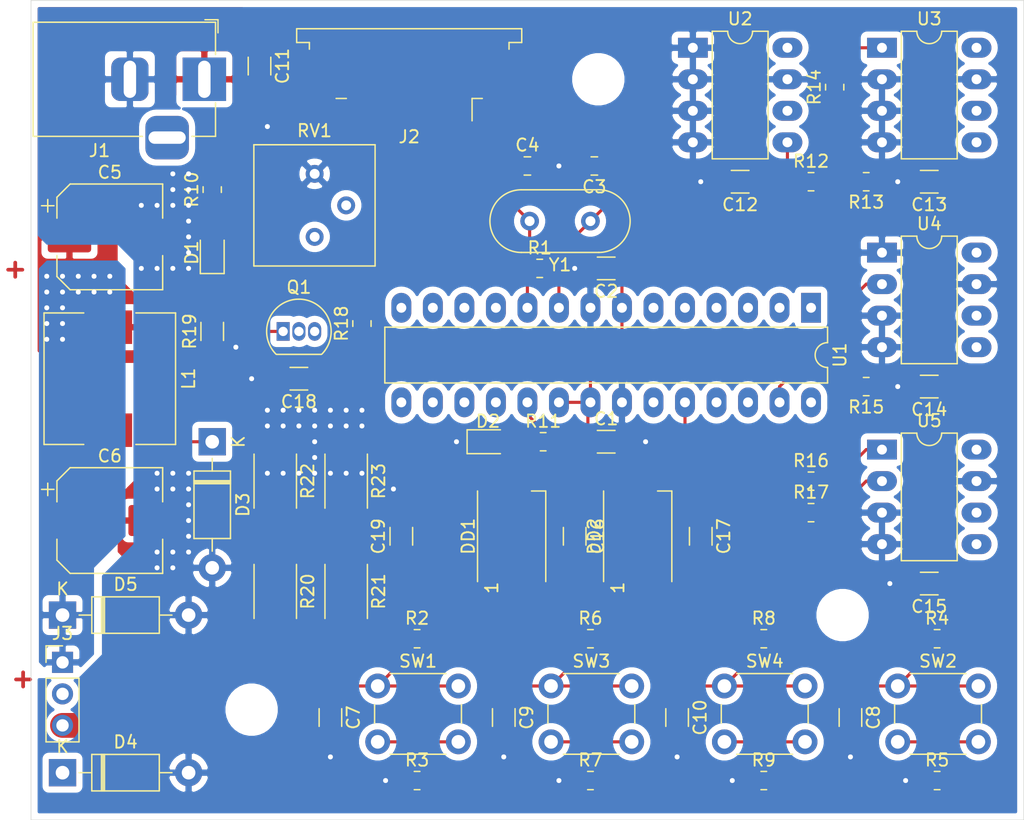
<source format=kicad_pcb>
(kicad_pcb (version 20171130) (host pcbnew "(5.1.10)-1")
  (layers (0 F.Cu signal) (31 B.Cu signal) (34 B.Paste user) (35 F.Paste user) (36 B.SilkS user) (37 F.SilkS user) (38 B.Mask user) (39 F.Mask user) (44 Edge.Cuts user))
  (net 0 "")
  (net 1 +5V)
  (net 2 GND)
  (net 3 "Net-(U1-Pad2)")
  (net 4 "Net-(U1-Pad3)")
  (net 5 "Net-(U1-Pad18)")
  (net 6 "Net-(U1-Pad25)")
  (net 7 "Net-(U1-Pad26)")
  (net 8 XTAL1)
  (net 9 XTAL2)
  (net 10 VCC)
  (net 11 RESET)
  (net 12 "Net-(R3-Pad2)")
  (net 13 NEXT)
  (net 14 SELECT)
  (net 15 MODIFY)
  (net 16 "Net-(D1-Pad2)")
  (net 17 "Net-(D2-Pad2)")
  (net 18 LCD_DB7)
  (net 19 LCD_DB6)
  (net 20 LCD_DB5)
  (net 21 LCD_DB4)
  (net 22 LCD_EN)
  (net 23 LCD_RS)
  (net 24 "Net-(J2-Pad7)")
  (net 25 "Net-(J2-Pad10)")
  (net 26 "Net-(R5-Pad2)")
  (net 27 "Net-(R7-Pad2)")
  (net 28 "Net-(R9-Pad2)")
  (net 29 LED)
  (net 30 SDA)
  (net 31 SCL)
  (net 32 "Net-(R14-Pad2)")
  (net 33 "Net-(R15-Pad2)")
  (net 34 "Net-(R16-Pad2)")
  (net 35 "Net-(R17-Pad2)")
  (net 36 AMP_IN)
  (net 37 ARRAY_DIN)
  (net 38 "Net-(DD1-Pad1)")
  (net 39 PREVIEW_ARRAY)
  (net 40 "Net-(DD2-Pad1)")
  (net 41 "Net-(Q1-Pad2)")
  (net 42 MAIN_ARRAY)
  (net 43 "Net-(R20-Pad1)")
  (module MountingHole:MountingHole_3.2mm_M3 (layer F.Cu) (at 79.375 63.5)
    (fp_text reference " " (at 0 -4.2) (layer F.SilkS))
    (fp_text value MountingHole_3.2mm_M3)
    (pad 1 np_thru_hole circle (at 0 0) (size 3.2 3.2) (drill 3.2) (layers *.Cu *.Mask))
  )
  (module MountingHole:MountingHole_3.2mm_M3 (layer F.Cu) (at 59.69 20.32)
    (fp_text reference " " (at 0 -4.2) (layer F.SilkS))
    (fp_text value MountingHole_3.2mm_M3)
    (pad 1 np_thru_hole circle (at 0 0) (size 3.2 3.2) (drill 3.2) (layers *.Cu *.Mask))
  )
  (module MountingHole:MountingHole_3.2mm_M3 (layer F.Cu) (at 31.75 71.12)
    (fp_text reference " " (at 0 -4.2) (layer F.SilkS))
    (fp_text value MountingHole_3.2mm_M3)
    (pad 1 np_thru_hole circle (at 0 0) (size 3.2 3.2) (drill 3.2) (layers *.Cu *.Mask))
  )
  (module Capacitor_SMD:C_1206_3216Metric (layer F.Cu) (at 60.325 49.53)
    (fp_text reference C1 (at 0 -1.85) (layer F.SilkS))
    (fp_text value 0.1u)
    (pad 1 smd roundrect (at -1.475 0) (size 1.15 1.8) (layers F.Cu F.Paste F.Mask) (roundrect_rratio 0.217391) (net 10 VCC))
    (pad 2 smd roundrect (at 1.475 0) (size 1.15 1.8) (layers F.Cu F.Paste F.Mask) (roundrect_rratio 0.217391) (net 2 GND))
  )
  (module Capacitor_SMD:C_1206_3216Metric (layer F.Cu) (at 60.325 35.56 180)
    (fp_text reference C2 (at 0 -1.85) (layer F.SilkS))
    (fp_text value 0.1u)
    (pad 2 smd roundrect (at 1.475 0 180) (size 1.15 1.8) (layers F.Cu F.Paste F.Mask) (roundrect_rratio 0.217391) (net 2 GND))
    (pad 1 smd roundrect (at -1.475 0 180) (size 1.15 1.8) (layers F.Cu F.Paste F.Mask) (roundrect_rratio 0.217391) (net 10 VCC))
  )
  (module Connector_BarrelJack:BarrelJack_Horizontal (layer F.Cu) (at 27.94 20.32)
    (fp_text reference J1 (at -8.45 5.75) (layer F.SilkS))
    (fp_text value "5V DC")
    (pad 1 thru_hole rect (at 0 0) (size 3.5 3.5) (drill oval 1 3) (layers *.Cu *.Mask) (net 1 +5V))
    (pad 2 thru_hole roundrect (at -6 0) (size 3 3.5) (drill oval 1 3) (layers *.Cu *.Mask) (net 2 GND))
    (pad 3 thru_hole roundrect (at -3 4.7) (size 3.5 3.5) (drill oval 3 1) (layers *.Cu *.Mask))
  )
  (module Package_DIP:DIP-28_W7.62mm_LongPads (layer F.Cu) (at 76.835 38.735 270)
    (fp_text reference U1 (at 3.81 -2.33 90) (layer F.SilkS))
    (fp_text value ATmega328P-PU)
    (pad 1 thru_hole rect (at 0 0 270) (size 2.4 1.6) (drill 0.8) (layers *.Cu *.Mask) (net 11 RESET))
    (pad 15 thru_hole oval (at 7.62 33.02 270) (size 2.4 1.6) (drill 0.8) (layers *.Cu *.Mask) (net 39 PREVIEW_ARRAY))
    (pad 2 thru_hole oval (at 0 2.54 270) (size 2.4 1.6) (drill 0.8) (layers *.Cu *.Mask) (net 3 "Net-(U1-Pad2)"))
    (pad 16 thru_hole oval (at 7.62 30.48 270) (size 2.4 1.6) (drill 0.8) (layers *.Cu *.Mask) (net 42 MAIN_ARRAY))
    (pad 3 thru_hole oval (at 0 5.08 270) (size 2.4 1.6) (drill 0.8) (layers *.Cu *.Mask) (net 4 "Net-(U1-Pad3)"))
    (pad 17 thru_hole oval (at 7.62 27.94 270) (size 2.4 1.6) (drill 0.8) (layers *.Cu *.Mask) (net 22 LCD_EN))
    (pad 4 thru_hole oval (at 0 7.62 270) (size 2.4 1.6) (drill 0.8) (layers *.Cu *.Mask) (net 14 SELECT))
    (pad 18 thru_hole oval (at 7.62 25.4 270) (size 2.4 1.6) (drill 0.8) (layers *.Cu *.Mask) (net 5 "Net-(U1-Pad18)"))
    (pad 5 thru_hole oval (at 0 10.16 270) (size 2.4 1.6) (drill 0.8) (layers *.Cu *.Mask) (net 13 NEXT))
    (pad 19 thru_hole oval (at 7.62 22.86 270) (size 2.4 1.6) (drill 0.8) (layers *.Cu *.Mask) (net 29 LED))
    (pad 6 thru_hole oval (at 0 12.7 270) (size 2.4 1.6) (drill 0.8) (layers *.Cu *.Mask) (net 21 LCD_DB4))
    (pad 20 thru_hole oval (at 7.62 20.32 270) (size 2.4 1.6) (drill 0.8) (layers *.Cu *.Mask) (net 10 VCC))
    (pad 7 thru_hole oval (at 0 15.24 270) (size 2.4 1.6) (drill 0.8) (layers *.Cu *.Mask) (net 10 VCC))
    (pad 21 thru_hole oval (at 7.62 17.78 270) (size 2.4 1.6) (drill 0.8) (layers *.Cu *.Mask) (net 10 VCC))
    (pad 8 thru_hole oval (at 0 17.78 270) (size 2.4 1.6) (drill 0.8) (layers *.Cu *.Mask) (net 2 GND))
    (pad 22 thru_hole oval (at 7.62 15.24 270) (size 2.4 1.6) (drill 0.8) (layers *.Cu *.Mask) (net 2 GND))
    (pad 9 thru_hole oval (at 0 20.32 270) (size 2.4 1.6) (drill 0.8) (layers *.Cu *.Mask) (net 8 XTAL1))
    (pad 23 thru_hole oval (at 7.62 12.7 270) (size 2.4 1.6) (drill 0.8) (layers *.Cu *.Mask) (net 15 MODIFY))
    (pad 10 thru_hole oval (at 0 22.86 270) (size 2.4 1.6) (drill 0.8) (layers *.Cu *.Mask) (net 9 XTAL2))
    (pad 24 thru_hole oval (at 7.62 10.16 270) (size 2.4 1.6) (drill 0.8) (layers *.Cu *.Mask) (net 36 AMP_IN))
    (pad 11 thru_hole oval (at 0 25.4 270) (size 2.4 1.6) (drill 0.8) (layers *.Cu *.Mask) (net 20 LCD_DB5))
    (pad 25 thru_hole oval (at 7.62 7.62 270) (size 2.4 1.6) (drill 0.8) (layers *.Cu *.Mask) (net 6 "Net-(U1-Pad25)"))
    (pad 12 thru_hole oval (at 0 27.94 270) (size 2.4 1.6) (drill 0.8) (layers *.Cu *.Mask) (net 19 LCD_DB6))
    (pad 26 thru_hole oval (at 7.62 5.08 270) (size 2.4 1.6) (drill 0.8) (layers *.Cu *.Mask) (net 7 "Net-(U1-Pad26)"))
    (pad 13 thru_hole oval (at 0 30.48 270) (size 2.4 1.6) (drill 0.8) (layers *.Cu *.Mask) (net 18 LCD_DB7))
    (pad 27 thru_hole oval (at 7.62 2.54 270) (size 2.4 1.6) (drill 0.8) (layers *.Cu *.Mask) (net 30 SDA))
    (pad 14 thru_hole oval (at 0 33.02 270) (size 2.4 1.6) (drill 0.8) (layers *.Cu *.Mask) (net 23 LCD_RS))
    (pad 28 thru_hole oval (at 7.62 0 270) (size 2.4 1.6) (drill 0.8) (layers *.Cu *.Mask) (net 31 SCL))
  )
  (module Capacitor_SMD:C_0805_2012Metric (layer F.Cu) (at 59.37 27.305 180)
    (fp_text reference C3 (at 0 -1.68) (layer F.SilkS))
    (fp_text value 22)
    (pad 1 smd roundrect (at -0.95 0 180) (size 1 1.45) (layers F.Cu F.Paste F.Mask) (net 8 XTAL1))
    (pad 2 smd roundrect (at 0.95 0 180) (size 1 1.45) (layers F.Cu F.Paste F.Mask) (net 2 GND))
  )
  (module Capacitor_SMD:C_0805_2012Metric (layer F.Cu) (at 53.975 27.305)
    (fp_text reference C4 (at 0 -1.68) (layer F.SilkS))
    (fp_text value 22)
    (pad 2 smd roundrect (at 0.95 0) (size 1 1.45) (layers F.Cu F.Paste F.Mask) (net 2 GND))
    (pad 1 smd roundrect (at -0.95 0) (size 1 1.45) (layers F.Cu F.Paste F.Mask) (net 9 XTAL2))
  )
  (module Resistor_SMD:R_0805_2012Metric (layer F.Cu) (at 54.9675 35.56)
    (fp_text reference R1 (at 0 -1.65) (layer F.SilkS))
    (fp_text value 1M)
    (pad 1 smd roundrect (at -0.9125 0) (size 1.025 1.4) (layers F.Cu F.Paste F.Mask) (roundrect_rratio 0.243902) (net 9 XTAL2))
    (pad 2 smd roundrect (at 0.9125 0) (size 1.025 1.4) (layers F.Cu F.Paste F.Mask) (roundrect_rratio 0.243902) (net 8 XTAL1))
  )
  (module Crystal:Crystal_HC18-U_Vertical (layer F.Cu) (at 59.055 31.75 180)
    (fp_text reference Y1 (at 2.45 -3.525) (layer F.SilkS))
    (fp_text value "16 MHz")
    (pad 1 thru_hole circle (at 0 0 180) (size 1.5 1.5) (drill 0.8) (layers *.Cu *.Mask) (net 8 XTAL1))
    (pad 2 thru_hole circle (at 4.9 0 180) (size 1.5 1.5) (drill 0.8) (layers *.Cu *.Mask) (net 9 XTAL2))
  )
  (module Capacitor_SMD:CP_Elec_8x10 (layer F.Cu) (at 20.32 33.02)
    (fp_text reference C5 (at 0 -5.2) (layer F.SilkS))
    (fp_text value "330u 16V")
    (pad 1 smd roundrect (at -3.25 0) (size 3.5 2.5) (layers F.Cu F.Paste F.Mask) (roundrect_rratio 0.1) (net 1 +5V))
    (pad 2 smd roundrect (at 3.25 0) (size 3.5 2.5) (layers F.Cu F.Paste F.Mask) (roundrect_rratio 0.1) (net 2 GND))
  )
  (module Capacitor_SMD:CP_Elec_8x10 (layer F.Cu) (at 20.32 55.88)
    (fp_text reference C6 (at 0 -5.2) (layer F.SilkS))
    (fp_text value "330u 16V")
    (pad 2 smd roundrect (at 3.25 0) (size 3.5 2.5) (layers F.Cu F.Paste F.Mask) (roundrect_rratio 0.1) (net 2 GND))
    (pad 1 smd roundrect (at -3.25 0) (size 3.5 2.5) (layers F.Cu F.Paste F.Mask) (roundrect_rratio 0.1) (net 10 VCC))
  )
  (module Capacitor_SMD:C_1206_3216Metric (layer F.Cu) (at 38.1 71.755 270)
    (fp_text reference C7 (at 0 -1.85 90) (layer F.SilkS))
    (fp_text value 0.1u)
    (pad 1 smd roundrect (at -1.475 0 270) (size 1.15 1.8) (layers F.Cu F.Paste F.Mask) (roundrect_rratio 0.217391) (net 11 RESET))
    (pad 2 smd roundrect (at 1.475 0 270) (size 1.15 1.8) (layers F.Cu F.Paste F.Mask) (roundrect_rratio 0.217391) (net 2 GND))
  )
  (module Inductor_SMD:L_10.4x10.4_H4.8 (layer F.Cu) (at 20.32 44.45 270)
    (fp_text reference L1 (at 0 -6.35 90) (layer F.SilkS))
    (fp_text value 100u)
    (pad 1 smd rect (at -4.15 0 270) (size 2.7 3.6) (layers F.Cu F.Paste F.Mask) (net 1 +5V))
    (pad 2 smd rect (at 4.15 0 270) (size 2.7 3.6) (layers F.Cu F.Paste F.Mask) (net 10 VCC))
  )
  (module Resistor_SMD:R_0805_2012Metric (layer F.Cu) (at 45.085 65.405)
    (fp_text reference R2 (at 0 -1.65) (layer F.SilkS))
    (fp_text value 5.1k)
    (pad 2 smd roundrect (at 0.9125 0) (size 1.025 1.4) (layers F.Cu F.Paste F.Mask) (roundrect_rratio 0.243902) (net 10 VCC))
    (pad 1 smd roundrect (at -0.9125 0) (size 1.025 1.4) (layers F.Cu F.Paste F.Mask) (roundrect_rratio 0.243902) (net 11 RESET))
  )
  (module Resistor_SMD:R_0805_2012Metric (layer F.Cu) (at 45.085 76.835)
    (fp_text reference R3 (at 0 -1.65) (layer F.SilkS))
    (fp_text value 68)
    (pad 1 smd roundrect (at -0.9125 0) (size 1.025 1.4) (layers F.Cu F.Paste F.Mask) (roundrect_rratio 0.243902) (net 2 GND))
    (pad 2 smd roundrect (at 0.9125 0) (size 1.025 1.4) (layers F.Cu F.Paste F.Mask) (roundrect_rratio 0.243902) (net 12 "Net-(R3-Pad2)"))
  )
  (module Capacitor_SMD:C_1206_3216Metric (layer F.Cu) (at 80.01 71.755 270)
    (fp_text reference C8 (at 0 -1.85 90) (layer F.SilkS))
    (fp_text value 0.1u)
    (pad 1 smd roundrect (at -1.475 0 270) (size 1.15 1.8) (layers F.Cu F.Paste F.Mask) (roundrect_rratio 0.217391) (net 13 NEXT))
    (pad 2 smd roundrect (at 1.475 0 270) (size 1.15 1.8) (layers F.Cu F.Paste F.Mask) (roundrect_rratio 0.217391) (net 2 GND))
  )
  (module Capacitor_SMD:C_1206_3216Metric (layer F.Cu) (at 52.07 71.755 270)
    (fp_text reference C9 (at 0 -1.85 90) (layer F.SilkS))
    (fp_text value 0.1u)
    (pad 2 smd roundrect (at 1.475 0 270) (size 1.15 1.8) (layers F.Cu F.Paste F.Mask) (roundrect_rratio 0.217391) (net 2 GND))
    (pad 1 smd roundrect (at -1.475 0 270) (size 1.15 1.8) (layers F.Cu F.Paste F.Mask) (roundrect_rratio 0.217391) (net 14 SELECT))
  )
  (module Capacitor_SMD:C_1206_3216Metric (layer F.Cu) (at 66.04 71.755 270)
    (fp_text reference C10 (at 0 -1.85 90) (layer F.SilkS))
    (fp_text value 0.1u)
    (pad 2 smd roundrect (at 1.475 0 270) (size 1.15 1.8) (layers F.Cu F.Paste F.Mask) (roundrect_rratio 0.217391) (net 2 GND))
    (pad 1 smd roundrect (at -1.475 0 270) (size 1.15 1.8) (layers F.Cu F.Paste F.Mask) (roundrect_rratio 0.217391) (net 15 MODIFY))
  )
  (module Capacitor_SMD:C_1206_3216Metric (layer F.Cu) (at 32.385 19.255 270)
    (fp_text reference C11 (at 0 -1.85 90) (layer F.SilkS))
    (fp_text value 0.1u)
    (pad 1 smd roundrect (at -1.475 0 270) (size 1.15 1.8) (layers F.Cu F.Paste F.Mask) (roundrect_rratio 0.217391) (net 10 VCC))
    (pad 2 smd roundrect (at 1.475 0 270) (size 1.15 1.8) (layers F.Cu F.Paste F.Mask) (roundrect_rratio 0.217391) (net 2 GND))
  )
  (module LED_SMD:LED_0805_2012Metric (layer F.Cu) (at 28.575 34.29 90)
    (fp_text reference D1 (at 0 -1.65 90) (layer F.SilkS))
    (fp_text value "Green LED")
    (pad 2 smd roundrect (at 0.9375 0 90) (size 0.975 1.4) (layers F.Cu F.Paste F.Mask) (net 16 "Net-(D1-Pad2)"))
    (pad 1 smd roundrect (at -0.9375 0 90) (size 0.975 1.4) (layers F.Cu F.Paste F.Mask) (net 2 GND))
  )
  (module LED_SMD:LED_0805_2012Metric (layer F.Cu) (at 50.8 49.53)
    (fp_text reference D2 (at 0 -1.65) (layer F.SilkS))
    (fp_text value "Blue LED")
    (pad 1 smd roundrect (at -0.9375 0) (size 0.975 1.4) (layers F.Cu F.Paste F.Mask) (net 2 GND))
    (pad 2 smd roundrect (at 0.9375 0) (size 0.975 1.4) (layers F.Cu F.Paste F.Mask) (net 17 "Net-(D2-Pad2)"))
  )
  (module Connector_FFC-FPC:TE_1-84952-0_1x10-1MP_P1.0mm_Horizontal (layer F.Cu) (at 44.45 20.955 180)
    (fp_text reference J2 (at 0 -4) (layer F.SilkS))
    (fp_text value "FPC 01x10 Female")
    (pad 1 smd rect (at -4.5 -1.8 180) (size 0.61 2) (layers F.Cu F.Paste F.Mask) (net 18 LCD_DB7))
    (pad 2 smd rect (at -3.5 -1.8 180) (size 0.61 2) (layers F.Cu F.Paste F.Mask) (net 19 LCD_DB6))
    (pad 3 smd rect (at -2.5 -1.8 180) (size 0.61 2) (layers F.Cu F.Paste F.Mask) (net 20 LCD_DB5))
    (pad 4 smd rect (at -1.5 -1.8 180) (size 0.61 2) (layers F.Cu F.Paste F.Mask) (net 21 LCD_DB4))
    (pad 5 smd rect (at -0.5 -1.8 180) (size 0.61 2) (layers F.Cu F.Paste F.Mask) (net 22 LCD_EN))
    (pad 6 smd rect (at 0.5 -1.8 180) (size 0.61 2) (layers F.Cu F.Paste F.Mask) (net 23 LCD_RS))
    (pad 7 smd rect (at 1.5 -1.8 180) (size 0.61 2) (layers F.Cu F.Paste F.Mask) (net 24 "Net-(J2-Pad7)"))
    (pad 8 smd rect (at 2.5 -1.8 180) (size 0.61 2) (layers F.Cu F.Paste F.Mask) (net 10 VCC))
    (pad 9 smd rect (at 3.5 -1.8 180) (size 0.61 2) (layers F.Cu F.Paste F.Mask) (net 2 GND))
    (pad 10 smd rect (at 4.5 -1.8 180) (size 0.61 2) (layers F.Cu F.Paste F.Mask) (net 25 "Net-(J2-Pad10)"))
    (pad MP smd rect (at -7.49 1 180) (size 2.68 3.6) (layers F.Cu F.Paste F.Mask))
    (pad MP smd rect (at 7.49 1 180) (size 2.68 3.6) (layers F.Cu F.Paste F.Mask))
  )
  (module Resistor_SMD:R_0805_2012Metric (layer F.Cu) (at 86.995 65.405)
    (fp_text reference R4 (at 0 -1.65) (layer F.SilkS))
    (fp_text value 5.1k)
    (pad 1 smd roundrect (at -0.9125 0) (size 1.025 1.4) (layers F.Cu F.Paste F.Mask) (roundrect_rratio 0.243902) (net 13 NEXT))
    (pad 2 smd roundrect (at 0.9125 0) (size 1.025 1.4) (layers F.Cu F.Paste F.Mask) (roundrect_rratio 0.243902) (net 10 VCC))
  )
  (module Resistor_SMD:R_0805_2012Metric (layer F.Cu) (at 86.995 76.835)
    (fp_text reference R5 (at 0 -1.65) (layer F.SilkS))
    (fp_text value 68)
    (pad 2 smd roundrect (at 0.9125 0) (size 1.025 1.4) (layers F.Cu F.Paste F.Mask) (roundrect_rratio 0.243902) (net 26 "Net-(R5-Pad2)"))
    (pad 1 smd roundrect (at -0.9125 0) (size 1.025 1.4) (layers F.Cu F.Paste F.Mask) (roundrect_rratio 0.243902) (net 2 GND))
  )
  (module Resistor_SMD:R_0805_2012Metric (layer F.Cu) (at 59.055 65.405)
    (fp_text reference R6 (at 0 -1.65) (layer F.SilkS))
    (fp_text value 5.1k)
    (pad 2 smd roundrect (at 0.9125 0) (size 1.025 1.4) (layers F.Cu F.Paste F.Mask) (roundrect_rratio 0.243902) (net 10 VCC))
    (pad 1 smd roundrect (at -0.9125 0) (size 1.025 1.4) (layers F.Cu F.Paste F.Mask) (roundrect_rratio 0.243902) (net 14 SELECT))
  )
  (module Resistor_SMD:R_0805_2012Metric (layer F.Cu) (at 59.055 76.835)
    (fp_text reference R7 (at 0 -1.65) (layer F.SilkS))
    (fp_text value 68)
    (pad 1 smd roundrect (at -0.9125 0) (size 1.025 1.4) (layers F.Cu F.Paste F.Mask) (roundrect_rratio 0.243902) (net 2 GND))
    (pad 2 smd roundrect (at 0.9125 0) (size 1.025 1.4) (layers F.Cu F.Paste F.Mask) (roundrect_rratio 0.243902) (net 27 "Net-(R7-Pad2)"))
  )
  (module Resistor_SMD:R_0805_2012Metric (layer F.Cu) (at 73.025 65.405)
    (fp_text reference R8 (at 0 -1.65) (layer F.SilkS))
    (fp_text value 5.1k)
    (pad 2 smd roundrect (at 0.9125 0) (size 1.025 1.4) (layers F.Cu F.Paste F.Mask) (roundrect_rratio 0.243902) (net 10 VCC))
    (pad 1 smd roundrect (at -0.9125 0) (size 1.025 1.4) (layers F.Cu F.Paste F.Mask) (roundrect_rratio 0.243902) (net 15 MODIFY))
  )
  (module Resistor_SMD:R_0805_2012Metric (layer F.Cu) (at 73.025 76.835)
    (fp_text reference R9 (at 0 -1.65) (layer F.SilkS))
    (fp_text value 68)
    (pad 1 smd roundrect (at -0.9125 0) (size 1.025 1.4) (layers F.Cu F.Paste F.Mask) (roundrect_rratio 0.243902) (net 2 GND))
    (pad 2 smd roundrect (at 0.9125 0) (size 1.025 1.4) (layers F.Cu F.Paste F.Mask) (roundrect_rratio 0.243902) (net 28 "Net-(R9-Pad2)"))
  )
  (module Resistor_SMD:R_0805_2012Metric (layer F.Cu) (at 28.575 29.21 90)
    (fp_text reference R10 (at 0 -1.65 90) (layer F.SilkS))
    (fp_text value 3k)
    (pad 1 smd roundrect (at -0.9125 0 90) (size 1.025 1.4) (layers F.Cu F.Paste F.Mask) (roundrect_rratio 0.243902) (net 16 "Net-(D1-Pad2)"))
    (pad 2 smd roundrect (at 0.9125 0 90) (size 1.025 1.4) (layers F.Cu F.Paste F.Mask) (roundrect_rratio 0.243902) (net 10 VCC))
  )
  (module Resistor_SMD:R_0805_2012Metric (layer F.Cu) (at 55.245 49.53)
    (fp_text reference R11 (at 0 -1.65) (layer F.SilkS))
    (fp_text value 3k)
    (pad 2 smd roundrect (at 0.9125 0) (size 1.025 1.4) (layers F.Cu F.Paste F.Mask) (roundrect_rratio 0.243902) (net 29 LED))
    (pad 1 smd roundrect (at -0.9125 0) (size 1.025 1.4) (layers F.Cu F.Paste F.Mask) (roundrect_rratio 0.243902) (net 17 "Net-(D2-Pad2)"))
  )
  (module Potentiometer_THT:Potentiometer_Bourns_3386P_Vertical (layer F.Cu) (at 36.83 33.02)
    (fp_text reference RV1 (at -0.015 -8.555) (layer F.SilkS))
    (fp_text value 20k)
    (pad 3 thru_hole circle (at 0 -5.08) (size 1.44 1.44) (drill 0.8) (layers *.Cu *.Mask) (net 2 GND))
    (pad 2 thru_hole circle (at 2.54 -2.54) (size 1.44 1.44) (drill 0.8) (layers *.Cu *.Mask) (net 24 "Net-(J2-Pad7)"))
    (pad 1 thru_hole circle (at 0 0) (size 1.44 1.44) (drill 0.8) (layers *.Cu *.Mask) (net 10 VCC))
  )
  (module Capacitor_SMD:C_1206_3216Metric (layer F.Cu) (at 71.12 28.575 180)
    (fp_text reference C12 (at 0 -1.85) (layer F.SilkS))
    (fp_text value 0.1u)
    (pad 1 smd roundrect (at -1.475 0 180) (size 1.15 1.8) (layers F.Cu F.Paste F.Mask) (roundrect_rratio 0.217391) (net 10 VCC))
    (pad 2 smd roundrect (at 1.475 0 180) (size 1.15 1.8) (layers F.Cu F.Paste F.Mask) (roundrect_rratio 0.217391) (net 2 GND))
  )
  (module Capacitor_SMD:C_1206_3216Metric (layer F.Cu) (at 86.36 28.575 180)
    (fp_text reference C13 (at 0 -1.85) (layer F.SilkS))
    (fp_text value 0.1u)
    (pad 2 smd roundrect (at 1.475 0 180) (size 1.15 1.8) (layers F.Cu F.Paste F.Mask) (roundrect_rratio 0.217391) (net 2 GND))
    (pad 1 smd roundrect (at -1.475 0 180) (size 1.15 1.8) (layers F.Cu F.Paste F.Mask) (roundrect_rratio 0.217391) (net 10 VCC))
  )
  (module Capacitor_SMD:C_1206_3216Metric (layer F.Cu) (at 86.36 45.085 180)
    (fp_text reference C14 (at 0 -1.85) (layer F.SilkS))
    (fp_text value 0.1u)
    (pad 1 smd roundrect (at -1.475 0 180) (size 1.15 1.8) (layers F.Cu F.Paste F.Mask) (roundrect_rratio 0.217391) (net 10 VCC))
    (pad 2 smd roundrect (at 1.475 0 180) (size 1.15 1.8) (layers F.Cu F.Paste F.Mask) (roundrect_rratio 0.217391) (net 2 GND))
  )
  (module Capacitor_SMD:C_1206_3216Metric (layer F.Cu) (at 86.36 60.96 180)
    (fp_text reference C15 (at 0 -1.85) (layer F.SilkS))
    (fp_text value 0.1u)
    (pad 2 smd roundrect (at 1.475 0 180) (size 1.15 1.8) (layers F.Cu F.Paste F.Mask) (roundrect_rratio 0.217391) (net 2 GND))
    (pad 1 smd roundrect (at -1.475 0 180) (size 1.15 1.8) (layers F.Cu F.Paste F.Mask) (roundrect_rratio 0.217391) (net 10 VCC))
  )
  (module Resistor_SMD:R_0805_2012Metric (layer F.Cu) (at 76.835 28.575)
    (fp_text reference R12 (at 0 -1.65) (layer F.SilkS))
    (fp_text value 4.7k)
    (pad 2 smd roundrect (at 0.9125 0) (size 1.025 1.4) (layers F.Cu F.Paste F.Mask) (roundrect_rratio 0.243902) (net 10 VCC))
    (pad 1 smd roundrect (at -0.9125 0) (size 1.025 1.4) (layers F.Cu F.Paste F.Mask) (roundrect_rratio 0.243902) (net 30 SDA))
  )
  (module Resistor_SMD:R_0805_2012Metric (layer F.Cu) (at 81.28 28.575 180)
    (fp_text reference R13 (at 0 -1.65) (layer F.SilkS))
    (fp_text value 4.7k)
    (pad 1 smd roundrect (at -0.9125 0 180) (size 1.025 1.4) (layers F.Cu F.Paste F.Mask) (roundrect_rratio 0.243902) (net 31 SCL))
    (pad 2 smd roundrect (at 0.9125 0 180) (size 1.025 1.4) (layers F.Cu F.Paste F.Mask) (roundrect_rratio 0.243902) (net 10 VCC))
  )
  (module Resistor_SMD:R_0805_2012Metric (layer F.Cu) (at 78.74 20.955 90)
    (fp_text reference R14 (at 0 -1.65 90) (layer F.SilkS))
    (fp_text value 4.7k)
    (pad 2 smd roundrect (at 0.9125 0 90) (size 1.025 1.4) (layers F.Cu F.Paste F.Mask) (roundrect_rratio 0.243902) (net 32 "Net-(R14-Pad2)"))
    (pad 1 smd roundrect (at -0.9125 0 90) (size 1.025 1.4) (layers F.Cu F.Paste F.Mask) (roundrect_rratio 0.243902) (net 10 VCC))
  )
  (module Resistor_SMD:R_0805_2012Metric (layer F.Cu) (at 81.28 45.085 180)
    (fp_text reference R15 (at 0 -1.65) (layer F.SilkS))
    (fp_text value 4.7k)
    (pad 2 smd roundrect (at 0.9125 0 180) (size 1.025 1.4) (layers F.Cu F.Paste F.Mask) (roundrect_rratio 0.243902) (net 33 "Net-(R15-Pad2)"))
    (pad 1 smd roundrect (at -0.9125 0 180) (size 1.025 1.4) (layers F.Cu F.Paste F.Mask) (roundrect_rratio 0.243902) (net 10 VCC))
  )
  (module Resistor_SMD:R_0805_2012Metric (layer F.Cu) (at 76.835 52.705)
    (fp_text reference R16 (at 0 -1.65) (layer F.SilkS))
    (fp_text value 4.7k)
    (pad 1 smd roundrect (at -0.9125 0) (size 1.025 1.4) (layers F.Cu F.Paste F.Mask) (roundrect_rratio 0.243902) (net 10 VCC))
    (pad 2 smd roundrect (at 0.9125 0) (size 1.025 1.4) (layers F.Cu F.Paste F.Mask) (roundrect_rratio 0.243902) (net 34 "Net-(R16-Pad2)"))
  )
  (module Resistor_SMD:R_0805_2012Metric (layer F.Cu) (at 76.835 55.245)
    (fp_text reference R17 (at 0 -1.65) (layer F.SilkS))
    (fp_text value 4.7k)
    (pad 1 smd roundrect (at -0.9125 0) (size 1.025 1.4) (layers F.Cu F.Paste F.Mask) (roundrect_rratio 0.243902) (net 10 VCC))
    (pad 2 smd roundrect (at 0.9125 0) (size 1.025 1.4) (layers F.Cu F.Paste F.Mask) (roundrect_rratio 0.243902) (net 35 "Net-(R17-Pad2)"))
  )
  (module Package_DIP:DIP-8_W7.62mm_LongPads (layer F.Cu) (at 67.31 17.78)
    (fp_text reference U2 (at 3.81 -2.33) (layer F.SilkS))
    (fp_text value AT24C256)
    (pad 8 thru_hole oval (at 7.62 0) (size 2.4 1.6) (drill 0.8) (layers *.Cu *.Mask) (net 10 VCC))
    (pad 4 thru_hole oval (at 0 7.62) (size 2.4 1.6) (drill 0.8) (layers *.Cu *.Mask) (net 2 GND))
    (pad 7 thru_hole oval (at 7.62 2.54) (size 2.4 1.6) (drill 0.8) (layers *.Cu *.Mask) (net 2 GND))
    (pad 3 thru_hole oval (at 0 5.08) (size 2.4 1.6) (drill 0.8) (layers *.Cu *.Mask) (net 2 GND))
    (pad 6 thru_hole oval (at 7.62 5.08) (size 2.4 1.6) (drill 0.8) (layers *.Cu *.Mask) (net 31 SCL))
    (pad 2 thru_hole oval (at 0 2.54) (size 2.4 1.6) (drill 0.8) (layers *.Cu *.Mask) (net 2 GND))
    (pad 5 thru_hole oval (at 7.62 7.62) (size 2.4 1.6) (drill 0.8) (layers *.Cu *.Mask) (net 30 SDA))
    (pad 1 thru_hole rect (at 0 0) (size 2.4 1.6) (drill 0.8) (layers *.Cu *.Mask) (net 2 GND))
  )
  (module Package_DIP:DIP-8_W7.62mm_LongPads (layer F.Cu) (at 82.55 17.78)
    (fp_text reference U3 (at 3.81 -2.33) (layer F.SilkS))
    (fp_text value AT24C256)
    (pad 1 thru_hole rect (at 0 0) (size 2.4 1.6) (drill 0.8) (layers *.Cu *.Mask) (net 32 "Net-(R14-Pad2)"))
    (pad 5 thru_hole oval (at 7.62 7.62) (size 2.4 1.6) (drill 0.8) (layers *.Cu *.Mask) (net 30 SDA))
    (pad 2 thru_hole oval (at 0 2.54) (size 2.4 1.6) (drill 0.8) (layers *.Cu *.Mask) (net 2 GND))
    (pad 6 thru_hole oval (at 7.62 5.08) (size 2.4 1.6) (drill 0.8) (layers *.Cu *.Mask) (net 31 SCL))
    (pad 3 thru_hole oval (at 0 5.08) (size 2.4 1.6) (drill 0.8) (layers *.Cu *.Mask) (net 2 GND))
    (pad 7 thru_hole oval (at 7.62 2.54) (size 2.4 1.6) (drill 0.8) (layers *.Cu *.Mask) (net 2 GND))
    (pad 4 thru_hole oval (at 0 7.62) (size 2.4 1.6) (drill 0.8) (layers *.Cu *.Mask) (net 2 GND))
    (pad 8 thru_hole oval (at 7.62 0) (size 2.4 1.6) (drill 0.8) (layers *.Cu *.Mask) (net 10 VCC))
  )
  (module Package_DIP:DIP-8_W7.62mm_LongPads (layer F.Cu) (at 82.55 34.29)
    (fp_text reference U4 (at 3.81 -2.33) (layer F.SilkS))
    (fp_text value AT24C256)
    (pad 8 thru_hole oval (at 7.62 0) (size 2.4 1.6) (drill 0.8) (layers *.Cu *.Mask) (net 10 VCC))
    (pad 4 thru_hole oval (at 0 7.62) (size 2.4 1.6) (drill 0.8) (layers *.Cu *.Mask) (net 2 GND))
    (pad 7 thru_hole oval (at 7.62 2.54) (size 2.4 1.6) (drill 0.8) (layers *.Cu *.Mask) (net 2 GND))
    (pad 3 thru_hole oval (at 0 5.08) (size 2.4 1.6) (drill 0.8) (layers *.Cu *.Mask) (net 2 GND))
    (pad 6 thru_hole oval (at 7.62 5.08) (size 2.4 1.6) (drill 0.8) (layers *.Cu *.Mask) (net 31 SCL))
    (pad 2 thru_hole oval (at 0 2.54) (size 2.4 1.6) (drill 0.8) (layers *.Cu *.Mask) (net 33 "Net-(R15-Pad2)"))
    (pad 5 thru_hole oval (at 7.62 7.62) (size 2.4 1.6) (drill 0.8) (layers *.Cu *.Mask) (net 30 SDA))
    (pad 1 thru_hole rect (at 0 0) (size 2.4 1.6) (drill 0.8) (layers *.Cu *.Mask) (net 2 GND))
  )
  (module Package_DIP:DIP-8_W7.62mm_LongPads (layer F.Cu) (at 82.55 50.165)
    (fp_text reference U5 (at 3.81 -2.33) (layer F.SilkS))
    (fp_text value AT24C256)
    (pad 1 thru_hole rect (at 0 0) (size 2.4 1.6) (drill 0.8) (layers *.Cu *.Mask) (net 34 "Net-(R16-Pad2)"))
    (pad 5 thru_hole oval (at 7.62 7.62) (size 2.4 1.6) (drill 0.8) (layers *.Cu *.Mask) (net 30 SDA))
    (pad 2 thru_hole oval (at 0 2.54) (size 2.4 1.6) (drill 0.8) (layers *.Cu *.Mask) (net 35 "Net-(R17-Pad2)"))
    (pad 6 thru_hole oval (at 7.62 5.08) (size 2.4 1.6) (drill 0.8) (layers *.Cu *.Mask) (net 31 SCL))
    (pad 3 thru_hole oval (at 0 5.08) (size 2.4 1.6) (drill 0.8) (layers *.Cu *.Mask) (net 2 GND))
    (pad 7 thru_hole oval (at 7.62 2.54) (size 2.4 1.6) (drill 0.8) (layers *.Cu *.Mask) (net 2 GND))
    (pad 4 thru_hole oval (at 0 7.62) (size 2.4 1.6) (drill 0.8) (layers *.Cu *.Mask) (net 2 GND))
    (pad 8 thru_hole oval (at 7.62 0) (size 2.4 1.6) (drill 0.8) (layers *.Cu *.Mask) (net 10 VCC))
  )
  (module Button_Switch_THT:SW_PUSH_6mm (layer F.Cu) (at 41.91 69.215)
    (fp_text reference SW1 (at 3.25 -2) (layer F.SilkS))
    (fp_text value Reset)
    (pad 2 thru_hole circle (at 0 4.5 90) (size 2 2) (drill 1.1) (layers *.Cu *.Mask) (net 12 "Net-(R3-Pad2)"))
    (pad 1 thru_hole circle (at 0 0 90) (size 2 2) (drill 1.1) (layers *.Cu *.Mask) (net 11 RESET))
    (pad 2 thru_hole circle (at 6.5 4.5 90) (size 2 2) (drill 1.1) (layers *.Cu *.Mask) (net 12 "Net-(R3-Pad2)"))
    (pad 1 thru_hole circle (at 6.5 0 90) (size 2 2) (drill 1.1) (layers *.Cu *.Mask) (net 11 RESET))
  )
  (module Button_Switch_THT:SW_PUSH_6mm (layer F.Cu) (at 83.82 69.215)
    (fp_text reference SW2 (at 3.25 -2) (layer F.SilkS))
    (fp_text value Next)
    (pad 1 thru_hole circle (at 6.5 0 90) (size 2 2) (drill 1.1) (layers *.Cu *.Mask) (net 13 NEXT))
    (pad 2 thru_hole circle (at 6.5 4.5 90) (size 2 2) (drill 1.1) (layers *.Cu *.Mask) (net 26 "Net-(R5-Pad2)"))
    (pad 1 thru_hole circle (at 0 0 90) (size 2 2) (drill 1.1) (layers *.Cu *.Mask) (net 13 NEXT))
    (pad 2 thru_hole circle (at 0 4.5 90) (size 2 2) (drill 1.1) (layers *.Cu *.Mask) (net 26 "Net-(R5-Pad2)"))
  )
  (module Button_Switch_THT:SW_PUSH_6mm (layer F.Cu) (at 55.88 69.215)
    (fp_text reference SW3 (at 3.25 -2) (layer F.SilkS))
    (fp_text value Select)
    (pad 2 thru_hole circle (at 0 4.5 90) (size 2 2) (drill 1.1) (layers *.Cu *.Mask) (net 27 "Net-(R7-Pad2)"))
    (pad 1 thru_hole circle (at 0 0 90) (size 2 2) (drill 1.1) (layers *.Cu *.Mask) (net 14 SELECT))
    (pad 2 thru_hole circle (at 6.5 4.5 90) (size 2 2) (drill 1.1) (layers *.Cu *.Mask) (net 27 "Net-(R7-Pad2)"))
    (pad 1 thru_hole circle (at 6.5 0 90) (size 2 2) (drill 1.1) (layers *.Cu *.Mask) (net 14 SELECT))
  )
  (module Button_Switch_THT:SW_PUSH_6mm (layer F.Cu) (at 69.85 69.215)
    (fp_text reference SW4 (at 3.25 -2) (layer F.SilkS))
    (fp_text value Modify)
    (pad 1 thru_hole circle (at 6.5 0 90) (size 2 2) (drill 1.1) (layers *.Cu *.Mask) (net 15 MODIFY))
    (pad 2 thru_hole circle (at 6.5 4.5 90) (size 2 2) (drill 1.1) (layers *.Cu *.Mask) (net 28 "Net-(R9-Pad2)"))
    (pad 1 thru_hole circle (at 0 0 90) (size 2 2) (drill 1.1) (layers *.Cu *.Mask) (net 15 MODIFY))
    (pad 2 thru_hole circle (at 0 4.5 90) (size 2 2) (drill 1.1) (layers *.Cu *.Mask) (net 28 "Net-(R9-Pad2)"))
  )
  (module Capacitor_SMD:C_1206_3216Metric (layer F.Cu) (at 57.785 57.15 270)
    (fp_text reference C16 (at 0 -1.85 90) (layer F.SilkS))
    (fp_text value 0.1u)
    (pad 2 smd roundrect (at 1.475 0 270) (size 1.15 1.8) (layers F.Cu F.Paste F.Mask) (roundrect_rratio 0.217391) (net 2 GND))
    (pad 1 smd roundrect (at -1.475 0 270) (size 1.15 1.8) (layers F.Cu F.Paste F.Mask) (roundrect_rratio 0.217391) (net 10 VCC))
  )
  (module Capacitor_SMD:C_1206_3216Metric (layer F.Cu) (at 67.945 57.15 270)
    (fp_text reference C17 (at 0 -1.85 90) (layer F.SilkS))
    (fp_text value 0.1u)
    (pad 1 smd roundrect (at -1.475 0 270) (size 1.15 1.8) (layers F.Cu F.Paste F.Mask) (roundrect_rratio 0.217391) (net 10 VCC))
    (pad 2 smd roundrect (at 1.475 0 270) (size 1.15 1.8) (layers F.Cu F.Paste F.Mask) (roundrect_rratio 0.217391) (net 2 GND))
  )
  (module Capacitor_SMD:C_1206_3216Metric (layer F.Cu) (at 35.56 44.45 180)
    (fp_text reference C18 (at 0 -1.85) (layer F.SilkS))
    (fp_text value 0.1u)
    (pad 1 smd roundrect (at -1.475 0 180) (size 1.15 1.8) (layers F.Cu F.Paste F.Mask) (roundrect_rratio 0.217391) (net 10 VCC))
    (pad 2 smd roundrect (at 1.475 0 180) (size 1.15 1.8) (layers F.Cu F.Paste F.Mask) (roundrect_rratio 0.217391) (net 2 GND))
  )
  (module Capacitor_SMD:C_1206_3216Metric (layer F.Cu) (at 43.815 57.15 90)
    (fp_text reference C19 (at 0 -1.85 90) (layer F.SilkS))
    (fp_text value 0.1u)
    (pad 2 smd roundrect (at 1.475 0 90) (size 1.15 1.8) (layers F.Cu F.Paste F.Mask) (roundrect_rratio 0.217391) (net 2 GND))
    (pad 1 smd roundrect (at -1.475 0 90) (size 1.15 1.8) (layers F.Cu F.Paste F.Mask) (roundrect_rratio 0.217391) (net 36 AMP_IN))
  )
  (module Diode_THT:D_DO-41_SOD81_P10.16mm_Horizontal (layer F.Cu) (at 28.575 49.53 270)
    (fp_text reference D3 (at 5.08 -2.47 90) (layer F.SilkS))
    (fp_text value 1N4735A)
    (fp_text user K (at 0 -2.1 90) (layer F.SilkS))
    (pad 1 thru_hole rect (at 0 0 270) (size 2.2 2.2) (drill 1.1) (layers *.Cu *.Mask) (net 37 ARRAY_DIN))
    (pad 2 thru_hole oval (at 10.16 0 270) (size 2.2 2.2) (drill 1.1) (layers *.Cu *.Mask) (net 2 GND))
  )
  (module Diode_THT:D_DO-41_SOD81_P10.16mm_Horizontal (layer F.Cu) (at 16.51 76.2)
    (fp_text reference D4 (at 5.08 -2.47) (layer F.SilkS))
    (fp_text value 1N4735A)
    (fp_text user K (at 0 -2.1) (layer F.SilkS))
    (pad 2 thru_hole oval (at 10.16 0) (size 2.2 2.2) (drill 1.1) (layers *.Cu *.Mask) (net 2 GND))
    (pad 1 thru_hole rect (at 0 0) (size 2.2 2.2) (drill 1.1) (layers *.Cu *.Mask) (net 36 AMP_IN))
  )
  (module Diode_THT:D_DO-41_SOD81_P10.16mm_Horizontal (layer F.Cu) (at 16.51 63.5)
    (fp_text reference D5 (at 5.08 -2.47) (layer F.SilkS))
    (fp_text value 1N4735A)
    (fp_text user K (at 0 -2.1) (layer F.SilkS))
    (pad 1 thru_hole rect (at 0 0) (size 2.2 2.2) (drill 1.1) (layers *.Cu *.Mask) (net 1 +5V))
    (pad 2 thru_hole oval (at 10.16 0) (size 2.2 2.2) (drill 1.1) (layers *.Cu *.Mask) (net 2 GND))
  )
  (module Connector_PinHeader_2.54mm:PinHeader_1x03_P2.54mm_Vertical (layer F.Cu) (at 16.51 67.31)
    (fp_text reference J3 (at 0 -2.33) (layer F.SilkS))
    (fp_text value "LED Array")
    (pad 1 thru_hole rect (at 0 0) (size 1.7 1.7) (drill 1) (layers *.Cu *.Mask) (net 1 +5V))
    (pad 2 thru_hole oval (at 0 2.54) (size 1.7 1.7) (drill 1) (layers *.Cu *.Mask) (net 37 ARRAY_DIN))
    (pad 3 thru_hole oval (at 0 5.08) (size 1.7 1.7) (drill 1) (layers *.Cu *.Mask) (net 36 AMP_IN))
  )
  (module Package_TO_SOT_THT:TO-92_Inline (layer F.Cu) (at 34.29 40.64)
    (fp_text reference Q1 (at 1.27 -3.56) (layer F.SilkS))
    (fp_text value 2N3904)
    (pad 2 thru_hole oval (at 1.27 0) (size 1.05 1.5) (drill 0.75) (layers *.Cu *.Mask) (net 41 "Net-(Q1-Pad2)"))
    (pad 3 thru_hole oval (at 2.54 0) (size 1.05 1.5) (drill 0.75) (layers *.Cu *.Mask) (net 10 VCC))
    (pad 1 thru_hole rect (at 0 0) (size 1.05 1.5) (drill 0.75) (layers *.Cu *.Mask) (net 37 ARRAY_DIN))
  )
  (module Resistor_SMD:R_0805_2012Metric (layer F.Cu) (at 40.64 40.005 90)
    (fp_text reference R18 (at 0 -1.65 90) (layer F.SilkS))
    (fp_text value 1k)
    (pad 1 smd roundrect (at -0.9125 0 90) (size 1.025 1.4) (layers F.Cu F.Paste F.Mask) (roundrect_rratio 0.243902) (net 42 MAIN_ARRAY))
    (pad 2 smd roundrect (at 0.9125 0 90) (size 1.025 1.4) (layers F.Cu F.Paste F.Mask) (roundrect_rratio 0.243902) (net 41 "Net-(Q1-Pad2)"))
  )
  (module Resistor_SMD:R_1206_3216Metric (layer F.Cu) (at 28.575 40.64 90)
    (fp_text reference R19 (at 0 -1.82 90) (layer F.SilkS))
    (fp_text value 470)
    (pad 1 smd roundrect (at -1.4625 0 90) (size 1.125 1.75) (layers F.Cu F.Paste F.Mask) (roundrect_rratio 0.222222) (net 2 GND))
    (pad 2 smd roundrect (at 1.4625 0 90) (size 1.125 1.75) (layers F.Cu F.Paste F.Mask) (roundrect_rratio 0.222222) (net 37 ARRAY_DIN))
  )
  (module Resistor_SMD:R_2512_6332Metric (layer F.Cu) (at 33.655 61.595 270)
    (fp_text reference R20 (at 0 -2.62 90) (layer F.SilkS))
    (fp_text value 0.02)
    (pad 2 smd roundrect (at 2.9625 0 270) (size 1.225 3.35) (layers F.Cu F.Paste F.Mask) (roundrect_rratio 0.204082) (net 36 AMP_IN))
    (pad 1 smd roundrect (at -2.9625 0 270) (size 1.225 3.35) (layers F.Cu F.Paste F.Mask) (roundrect_rratio 0.204082) (net 43 "Net-(R20-Pad1)"))
  )
  (module Resistor_SMD:R_2512_6332Metric (layer F.Cu) (at 39.37 61.595 270)
    (fp_text reference R21 (at 0 -2.62 90) (layer F.SilkS))
    (fp_text value 0.02)
    (pad 1 smd roundrect (at -2.9625 0 270) (size 1.225 3.35) (layers F.Cu F.Paste F.Mask) (roundrect_rratio 0.204082) (net 43 "Net-(R20-Pad1)"))
    (pad 2 smd roundrect (at 2.9625 0 270) (size 1.225 3.35) (layers F.Cu F.Paste F.Mask) (roundrect_rratio 0.204082) (net 36 AMP_IN))
  )
  (module Resistor_SMD:R_2512_6332Metric (layer F.Cu) (at 33.655 52.705 270)
    (fp_text reference R22 (at 0 -2.62 90) (layer F.SilkS))
    (fp_text value 0.02)
    (pad 2 smd roundrect (at 2.9625 0 270) (size 1.225 3.35) (layers F.Cu F.Paste F.Mask) (roundrect_rratio 0.204082) (net 43 "Net-(R20-Pad1)"))
    (pad 1 smd roundrect (at -2.9625 0 270) (size 1.225 3.35) (layers F.Cu F.Paste F.Mask) (roundrect_rratio 0.204082) (net 2 GND))
  )
  (module Resistor_SMD:R_2512_6332Metric (layer F.Cu) (at 39.37 52.705 270)
    (fp_text reference R23 (at 0 -2.62 90) (layer F.SilkS))
    (fp_text value 0.02)
    (pad 1 smd roundrect (at -2.9625 0 270) (size 1.225 3.35) (layers F.Cu F.Paste F.Mask) (roundrect_rratio 0.204082) (net 2 GND))
    (pad 2 smd roundrect (at 2.9625 0 270) (size 1.225 3.35) (layers F.Cu F.Paste F.Mask) (roundrect_rratio 0.204082) (net 43 "Net-(R20-Pad1)"))
  )
  (module LED_SMD:LED_WS2812B_PLCC4_5.0x5.0mm_P3.2mm (layer F.Cu) (at 52.705 57.15 90)
    (fp_text reference DD1 (at 0 -3.5 90) (layer F.SilkS))
    (fp_text value WS2812B)
    (fp_text user 1 (at -4.15 -1.6 90) (layer F.SilkS))
    (pad 3 smd rect (at 2.45 1.6 90) (size 1.5 1) (layers F.Cu F.Paste F.Mask) (net 10 VCC))
    (pad 4 smd rect (at 2.45 -1.6 90) (size 1.5 1) (layers F.Cu F.Paste F.Mask) (net 39 PREVIEW_ARRAY))
    (pad 2 smd rect (at -2.45 1.6 90) (size 1.5 1) (layers F.Cu F.Paste F.Mask) (net 2 GND))
    (pad 1 smd rect (at -2.45 -1.6 90) (size 1.5 1) (layers F.Cu F.Paste F.Mask) (net 38 "Net-(DD1-Pad1)"))
  )
  (module LED_SMD:LED_WS2812B_PLCC4_5.0x5.0mm_P3.2mm (layer F.Cu) (at 62.865 57.15 90)
    (fp_text reference DD2 (at 0 -3.5 90) (layer F.SilkS))
    (fp_text value WS2812B)
    (fp_text user 1 (at -4.15 -1.6 90) (layer F.SilkS))
    (pad 1 smd rect (at -2.45 -1.6 90) (size 1.5 1) (layers F.Cu F.Paste F.Mask) (net 40 "Net-(DD2-Pad1)"))
    (pad 2 smd rect (at -2.45 1.6 90) (size 1.5 1) (layers F.Cu F.Paste F.Mask) (net 2 GND))
    (pad 4 smd rect (at 2.45 -1.6 90) (size 1.5 1) (layers F.Cu F.Paste F.Mask) (net 38 "Net-(DD1-Pad1)"))
    (pad 3 smd rect (at 2.45 1.6 90) (size 1.5 1) (layers F.Cu F.Paste F.Mask) (net 10 VCC))
  )
  (gr_text + (at 13.335 68.58) (layer F.Cu) (effects (font (size 1.5 1.5) (thickness 0.3))))
  (gr_text + (at 12.7 35.56) (layer F.Cu) (effects (font (size 1.5 1.5) (thickness 0.3))))
  (gr_line (start 13.97 80.01) (end 13.97 13.97) (layer Edge.Cuts) (width 0.05))
  (gr_line (start 93.98 80.01) (end 13.97 80.01) (layer Edge.Cuts) (width 0.05))
  (gr_line (start 93.98 78.74) (end 93.98 80.01) (layer Edge.Cuts) (width 0.05))
  (gr_line (start 93.98 13.97) (end 93.98 78.74) (layer Edge.Cuts) (width 0.05))
  (gr_line (start 13.97 13.97) (end 93.98 13.97) (layer Edge.Cuts) (width 0.05))
  (via (at 20.32 36.195) (size 0.8) (drill 0.4) (layers F.Cu B.Cu) (net 1))
  (via (at 20.32 37.465) (size 0.8) (drill 0.4) (layers F.Cu B.Cu) (net 1))
  (via (at 19.05 37.465) (size 0.8) (drill 0.4) (layers F.Cu B.Cu) (net 1))
  (via (at 19.05 36.195) (size 0.8) (drill 0.4) (layers F.Cu B.Cu) (net 1))
  (via (at 17.78 36.195) (size 0.8) (drill 0.4) (layers F.Cu B.Cu) (net 1))
  (via (at 17.78 37.465) (size 0.8) (drill 0.4) (layers F.Cu B.Cu) (net 1))
  (via (at 16.51 36.195) (size 0.8) (drill 0.4) (layers F.Cu B.Cu) (net 1))
  (via (at 16.51 37.465) (size 0.8) (drill 0.4) (layers F.Cu B.Cu) (net 1))
  (via (at 16.51 38.735) (size 0.8) (drill 0.4) (layers F.Cu B.Cu) (net 1))
  (via (at 16.51 40.005) (size 0.8) (drill 0.4) (layers F.Cu B.Cu) (net 1))
  (via (at 16.51 41.275) (size 0.8) (drill 0.4) (layers F.Cu B.Cu) (net 1))
  (via (at 15.24 41.275) (size 0.8) (drill 0.4) (layers F.Cu B.Cu) (net 1))
  (via (at 15.24 40.005) (size 0.8) (drill 0.4) (layers F.Cu B.Cu) (net 1))
  (via (at 15.24 38.735) (size 0.8) (drill 0.4) (layers F.Cu B.Cu) (net 1))
  (via (at 15.24 37.465) (size 0.8) (drill 0.4) (layers F.Cu B.Cu) (net 1))
  (via (at 15.24 36.195) (size 0.8) (drill 0.4) (layers F.Cu B.Cu) (net 1))
  (via (at 26.67 31.75) (size 0.8) (drill 0.4) (layers F.Cu B.Cu) (net 2))
  (via (at 26.67 33.02) (size 0.8) (drill 0.4) (layers F.Cu B.Cu) (net 2))
  (via (at 26.67 34.29) (size 0.8) (drill 0.4) (layers F.Cu B.Cu) (net 2))
  (via (at 26.67 35.56) (size 0.8) (drill 0.4) (layers F.Cu B.Cu) (net 2))
  (via (at 25.4 35.56) (size 0.8) (drill 0.4) (layers F.Cu B.Cu) (net 2))
  (via (at 25.4 30.48) (size 0.8) (drill 0.4) (layers F.Cu B.Cu) (net 2))
  (via (at 26.67 30.48) (size 0.8) (drill 0.4) (layers F.Cu B.Cu) (net 2))
  (via (at 25.4 29.21) (size 0.8) (drill 0.4) (layers F.Cu B.Cu) (net 2))
  (via (at 26.67 29.21) (size 0.8) (drill 0.4) (layers F.Cu B.Cu) (net 2))
  (via (at 26.67 27.94) (size 0.8) (drill 0.4) (layers F.Cu B.Cu) (net 2))
  (via (at 25.4 27.94) (size 0.8) (drill 0.4) (layers F.Cu B.Cu) (net 2))
  (via (at 30.48 41.91) (size 0.8) (drill 0.4) (layers F.Cu B.Cu) (net 2))
  (segment (start 28.7675 41.91) (end 28.575 42.1025) (width 0.25) (layer F.Cu) (net 2))
  (segment (start 30.48 41.91) (end 28.7675 41.91) (width 0.25) (layer F.Cu) (net 2))
  (via (at 31.75 44.45) (size 0.8) (drill 0.4) (layers F.Cu B.Cu) (net 2))
  (segment (start 31.75 44.45) (end 34.085 44.45) (width 0.25) (layer F.Cu) (net 2))
  (via (at 33.02 48.26) (size 0.8) (drill 0.4) (layers F.Cu B.Cu) (net 2))
  (via (at 34.29 48.26) (size 0.8) (drill 0.4) (layers F.Cu B.Cu) (net 2))
  (via (at 35.56 48.26) (size 0.8) (drill 0.4) (layers F.Cu B.Cu) (net 2))
  (via (at 36.83 48.26) (size 0.8) (drill 0.4) (layers F.Cu B.Cu) (net 2))
  (via (at 38.1 48.26) (size 0.8) (drill 0.4) (layers F.Cu B.Cu) (net 2))
  (via (at 39.37 48.26) (size 0.8) (drill 0.4) (layers F.Cu B.Cu) (net 2))
  (via (at 40.64 48.26) (size 0.8) (drill 0.4) (layers F.Cu B.Cu) (net 2))
  (via (at 40.64 46.99) (size 0.8) (drill 0.4) (layers F.Cu B.Cu) (net 2))
  (via (at 39.37 46.99) (size 0.8) (drill 0.4) (layers F.Cu B.Cu) (net 2))
  (via (at 38.1 46.99) (size 0.8) (drill 0.4) (layers F.Cu B.Cu) (net 2))
  (via (at 36.83 46.99) (size 0.8) (drill 0.4) (layers F.Cu B.Cu) (net 2))
  (via (at 35.56 46.99) (size 0.8) (drill 0.4) (layers F.Cu B.Cu) (net 2))
  (via (at 34.29 46.99) (size 0.8) (drill 0.4) (layers F.Cu B.Cu) (net 2))
  (via (at 33.02 46.99) (size 0.8) (drill 0.4) (layers F.Cu B.Cu) (net 2))
  (via (at 24.13 35.56) (size 0.8) (drill 0.4) (layers F.Cu B.Cu) (net 2))
  (via (at 22.86 35.56) (size 0.8) (drill 0.4) (layers F.Cu B.Cu) (net 2))
  (via (at 24.13 30.48) (size 0.8) (drill 0.4) (layers F.Cu B.Cu) (net 2))
  (via (at 22.86 30.48) (size 0.8) (drill 0.4) (layers F.Cu B.Cu) (net 2))
  (segment (start 25.7325 35.2275) (end 25.4 35.56) (width 0.25) (layer F.Cu) (net 2))
  (segment (start 28.575 35.2275) (end 25.7325 35.2275) (width 0.25) (layer F.Cu) (net 2))
  (via (at 33.02 24.13) (size 0.8) (drill 0.4) (layers F.Cu B.Cu) (net 2))
  (segment (start 32.385 23.495) (end 33.02 24.13) (width 0.25) (layer F.Cu) (net 2))
  (segment (start 32.385 20.73) (end 32.385 23.495) (width 0.25) (layer F.Cu) (net 2))
  (via (at 36.83 49.53) (size 0.8) (drill 0.4) (layers F.Cu B.Cu) (net 2))
  (via (at 36.83 50.8) (size 0.8) (drill 0.4) (layers F.Cu B.Cu) (net 2))
  (via (at 36.83 52.07) (size 0.8) (drill 0.4) (layers F.Cu B.Cu) (net 2))
  (via (at 35.56 52.07) (size 0.8) (drill 0.4) (layers F.Cu B.Cu) (net 2))
  (via (at 34.29 52.07) (size 0.8) (drill 0.4) (layers F.Cu B.Cu) (net 2))
  (via (at 33.02 52.07) (size 0.8) (drill 0.4) (layers F.Cu B.Cu) (net 2))
  (via (at 38.1 52.07) (size 0.8) (drill 0.4) (layers F.Cu B.Cu) (net 2))
  (via (at 39.37 52.07) (size 0.8) (drill 0.4) (layers F.Cu B.Cu) (net 2))
  (via (at 40.64 52.07) (size 0.8) (drill 0.4) (layers F.Cu B.Cu) (net 2))
  (via (at 43.18 53.34) (size 0.8) (drill 0.4) (layers F.Cu B.Cu) (net 2))
  (segment (start 43.815 53.975) (end 43.18 53.34) (width 0.25) (layer F.Cu) (net 2))
  (segment (start 43.815 55.675) (end 43.815 53.975) (width 0.25) (layer F.Cu) (net 2))
  (via (at 48.26 49.53) (size 0.8) (drill 0.4) (layers F.Cu B.Cu) (net 2))
  (segment (start 49.8625 49.53) (end 48.26 49.53) (width 0.25) (layer F.Cu) (net 2))
  (via (at 63.5 49.53) (size 0.8) (drill 0.4) (layers F.Cu B.Cu) (net 2))
  (segment (start 63.5 49.53) (end 61.8 49.53) (width 0.25) (layer F.Cu) (net 2))
  (via (at 56.515 27.305) (size 0.8) (drill 0.4) (layers F.Cu B.Cu) (net 2))
  (segment (start 54.925 27.305) (end 56.515 27.305) (width 0.25) (layer F.Cu) (net 2))
  (segment (start 56.515 27.305) (end 58.42 27.305) (width 0.25) (layer F.Cu) (net 2))
  (via (at 57.785 35.56) (size 0.8) (drill 0.4) (layers F.Cu B.Cu) (net 2))
  (segment (start 57.785 35.56) (end 58.85 35.56) (width 0.25) (layer F.Cu) (net 2))
  (via (at 42.545 76.835) (size 0.8) (drill 0.4) (layers F.Cu B.Cu) (net 2))
  (via (at 56.515 76.835) (size 0.8) (drill 0.4) (layers F.Cu B.Cu) (net 2))
  (via (at 70.485 76.835) (size 0.8) (drill 0.4) (layers F.Cu B.Cu) (net 2))
  (via (at 84.455 76.835) (size 0.8) (drill 0.4) (layers F.Cu B.Cu) (net 2))
  (segment (start 86.0825 76.835) (end 84.455 76.835) (width 0.25) (layer F.Cu) (net 2))
  (segment (start 72.1125 76.835) (end 70.485 76.835) (width 0.25) (layer F.Cu) (net 2))
  (segment (start 58.1425 76.835) (end 56.515 76.835) (width 0.25) (layer F.Cu) (net 2))
  (segment (start 44.1725 76.835) (end 42.545 76.835) (width 0.25) (layer F.Cu) (net 2))
  (via (at 38.1 74.93) (size 0.8) (drill 0.4) (layers F.Cu B.Cu) (net 2))
  (via (at 52.07 74.93) (size 0.8) (drill 0.4) (layers F.Cu B.Cu) (net 2))
  (via (at 66.04 74.93) (size 0.8) (drill 0.4) (layers F.Cu B.Cu) (net 2))
  (via (at 80.01 74.93) (size 0.8) (drill 0.4) (layers F.Cu B.Cu) (net 2))
  (segment (start 38.1 73.23) (end 38.1 74.93) (width 0.25) (layer F.Cu) (net 2))
  (segment (start 52.07 73.23) (end 52.07 74.93) (width 0.25) (layer F.Cu) (net 2))
  (segment (start 66.04 73.23) (end 66.04 74.93) (width 0.25) (layer F.Cu) (net 2))
  (segment (start 80.01 73.23) (end 80.01 74.93) (width 0.25) (layer F.Cu) (net 2))
  (via (at 83.185 60.96) (size 0.8) (drill 0.4) (layers F.Cu B.Cu) (net 2))
  (segment (start 84.885 60.96) (end 83.185 60.96) (width 0.25) (layer F.Cu) (net 2))
  (via (at 83.82 45.085) (size 0.8) (drill 0.4) (layers F.Cu B.Cu) (net 2))
  (segment (start 83.82 45.085) (end 84.885 45.085) (width 0.25) (layer F.Cu) (net 2))
  (via (at 83.82 28.575) (size 0.8) (drill 0.4) (layers F.Cu B.Cu) (net 2))
  (segment (start 83.82 28.575) (end 84.885 28.575) (width 0.25) (layer F.Cu) (net 2))
  (via (at 67.945 28.575) (size 0.8) (drill 0.4) (layers F.Cu B.Cu) (net 2))
  (segment (start 69.645 28.575) (end 67.945 28.575) (width 0.25) (layer F.Cu) (net 2))
  (via (at 26.67 52.07) (size 0.8) (drill 0.4) (layers F.Cu B.Cu) (net 2))
  (via (at 25.4 52.07) (size 0.8) (drill 0.4) (layers F.Cu B.Cu) (net 2))
  (via (at 25.4 53.34) (size 0.8) (drill 0.4) (layers F.Cu B.Cu) (net 2))
  (via (at 26.67 53.34) (size 0.8) (drill 0.4) (layers F.Cu B.Cu) (net 2))
  (via (at 26.67 54.61) (size 0.8) (drill 0.4) (layers F.Cu B.Cu) (net 2))
  (via (at 26.67 55.88) (size 0.8) (drill 0.4) (layers F.Cu B.Cu) (net 2))
  (via (at 26.67 57.15) (size 0.8) (drill 0.4) (layers F.Cu B.Cu) (net 2))
  (via (at 26.67 58.42) (size 0.8) (drill 0.4) (layers F.Cu B.Cu) (net 2))
  (via (at 25.4 58.42) (size 0.8) (drill 0.4) (layers F.Cu B.Cu) (net 2))
  (via (at 25.4 59.69) (size 0.8) (drill 0.4) (layers F.Cu B.Cu) (net 2))
  (via (at 24.13 58.42) (size 0.8) (drill 0.4) (layers F.Cu B.Cu) (net 2))
  (via (at 24.13 59.69) (size 0.8) (drill 0.4) (layers F.Cu B.Cu) (net 2))
  (via (at 24.13 52.07) (size 0.8) (drill 0.4) (layers F.Cu B.Cu) (net 2))
  (via (at 24.13 53.34) (size 0.8) (drill 0.4) (layers F.Cu B.Cu) (net 2))
  (segment (start 60.32 30.485) (end 59.055 31.75) (width 0.25) (layer F.Cu) (net 8))
  (segment (start 60.32 27.305) (end 60.32 30.485) (width 0.25) (layer F.Cu) (net 8))
  (segment (start 56.515 36.195) (end 55.88 35.56) (width 0.25) (layer F.Cu) (net 8))
  (segment (start 56.515 38.735) (end 56.515 36.195) (width 0.25) (layer F.Cu) (net 8))
  (segment (start 55.88 34.925) (end 59.055 31.75) (width 0.25) (layer F.Cu) (net 8))
  (segment (start 55.88 35.56) (end 55.88 34.925) (width 0.25) (layer F.Cu) (net 8))
  (segment (start 53.025 30.62) (end 54.155 31.75) (width 0.25) (layer F.Cu) (net 9))
  (segment (start 53.025 27.305) (end 53.025 30.62) (width 0.25) (layer F.Cu) (net 9))
  (segment (start 54.155 35.46) (end 54.055 35.56) (width 0.25) (layer F.Cu) (net 9))
  (segment (start 54.155 31.75) (end 54.155 35.46) (width 0.25) (layer F.Cu) (net 9))
  (segment (start 53.975 35.64) (end 54.055 35.56) (width 0.25) (layer F.Cu) (net 9))
  (segment (start 53.975 38.735) (end 53.975 35.64) (width 0.25) (layer F.Cu) (net 9))
  (segment (start 56.515 46.355) (end 59.055 46.355) (width 0.25) (layer F.Cu) (net 10))
  (segment (start 58.85 46.56) (end 59.055 46.355) (width 0.25) (layer F.Cu) (net 10))
  (segment (start 58.85 49.53) (end 58.85 46.56) (width 0.25) (layer F.Cu) (net 10))
  (segment (start 61.595 38.735) (end 61.595 41.275) (width 0.25) (layer F.Cu) (net 10))
  (segment (start 61.595 41.275) (end 59.055 43.815) (width 0.25) (layer F.Cu) (net 10))
  (segment (start 59.055 43.815) (end 59.055 46.355) (width 0.25) (layer F.Cu) (net 10))
  (segment (start 61.595 35.765) (end 61.8 35.56) (width 0.25) (layer F.Cu) (net 10))
  (segment (start 61.595 38.735) (end 61.595 35.765) (width 0.25) (layer F.Cu) (net 10))
  (segment (start 48.41 69.215) (end 41.91 69.215) (width 0.25) (layer F.Cu) (net 11))
  (segment (start 41.91 69.215) (end 38.735 69.215) (width 0.25) (layer F.Cu) (net 11))
  (segment (start 38.735 69.215) (end 38.1 69.85) (width 0.25) (layer F.Cu) (net 11))
  (segment (start 38.1 69.85) (end 38.1 70.28) (width 0.25) (layer F.Cu) (net 11))
  (segment (start 44.1725 66.9525) (end 41.91 69.215) (width 0.25) (layer F.Cu) (net 11))
  (segment (start 44.1725 65.405) (end 44.1725 66.9525) (width 0.25) (layer F.Cu) (net 11))
  (segment (start 45.9975 74.0475) (end 45.665 73.715) (width 0.25) (layer F.Cu) (net 12))
  (segment (start 45.9975 76.835) (end 45.9975 74.0475) (width 0.25) (layer F.Cu) (net 12))
  (segment (start 45.665 73.715) (end 41.91 73.715) (width 0.25) (layer F.Cu) (net 12))
  (segment (start 48.41 73.715) (end 45.665 73.715) (width 0.25) (layer F.Cu) (net 12))
  (segment (start 90.32 69.215) (end 83.82 69.215) (width 0.25) (layer F.Cu) (net 13))
  (segment (start 81.075 69.215) (end 80.01 70.28) (width 0.25) (layer F.Cu) (net 13))
  (segment (start 83.82 69.215) (end 81.075 69.215) (width 0.25) (layer F.Cu) (net 13))
  (segment (start 86.0825 66.9525) (end 83.82 69.215) (width 0.25) (layer F.Cu) (net 13))
  (segment (start 86.0825 65.405) (end 86.0825 66.9525) (width 0.25) (layer F.Cu) (net 13))
  (segment (start 62.38 69.215) (end 55.88 69.215) (width 0.25) (layer F.Cu) (net 14))
  (segment (start 53.135 69.215) (end 52.07 70.28) (width 0.25) (layer F.Cu) (net 14))
  (segment (start 55.88 69.215) (end 53.135 69.215) (width 0.25) (layer F.Cu) (net 14))
  (segment (start 58.1425 66.9525) (end 55.88 69.215) (width 0.25) (layer F.Cu) (net 14))
  (segment (start 58.1425 65.405) (end 58.1425 66.9525) (width 0.25) (layer F.Cu) (net 14))
  (segment (start 76.35 69.215) (end 69.85 69.215) (width 0.25) (layer F.Cu) (net 15))
  (segment (start 67.105 69.215) (end 66.04 70.28) (width 0.25) (layer F.Cu) (net 15))
  (segment (start 69.85 69.215) (end 67.105 69.215) (width 0.25) (layer F.Cu) (net 15))
  (segment (start 72.1125 66.9525) (end 69.85 69.215) (width 0.25) (layer F.Cu) (net 15))
  (segment (start 72.1125 65.405) (end 72.1125 66.9525) (width 0.25) (layer F.Cu) (net 15))
  (segment (start 28.575 30.1225) (end 28.575 33.3525) (width 0.25) (layer F.Cu) (net 16))
  (segment (start 51.7375 49.53) (end 54.3325 49.53) (width 0.25) (layer F.Cu) (net 17))
  (segment (start 87.9075 76.835) (end 87.9075 73.9375) (width 0.25) (layer F.Cu) (net 26))
  (segment (start 87.685 73.715) (end 87.05 73.715) (width 0.25) (layer F.Cu) (net 26))
  (segment (start 87.9075 73.9375) (end 87.685 73.715) (width 0.25) (layer F.Cu) (net 26))
  (segment (start 87.05 73.715) (end 90.32 73.715) (width 0.25) (layer F.Cu) (net 26))
  (segment (start 83.82 73.715) (end 87.05 73.715) (width 0.25) (layer F.Cu) (net 26))
  (segment (start 59.9675 74.0475) (end 59.635 73.715) (width 0.25) (layer F.Cu) (net 27))
  (segment (start 59.9675 76.835) (end 59.9675 74.0475) (width 0.25) (layer F.Cu) (net 27))
  (segment (start 59.635 73.715) (end 62.38 73.715) (width 0.25) (layer F.Cu) (net 27))
  (segment (start 55.88 73.715) (end 59.635 73.715) (width 0.25) (layer F.Cu) (net 27))
  (segment (start 73.9375 74.0475) (end 73.605 73.715) (width 0.25) (layer F.Cu) (net 28))
  (segment (start 73.9375 76.835) (end 73.9375 74.0475) (width 0.25) (layer F.Cu) (net 28))
  (segment (start 73.605 73.715) (end 69.85 73.715) (width 0.25) (layer F.Cu) (net 28))
  (segment (start 76.35 73.715) (end 73.605 73.715) (width 0.25) (layer F.Cu) (net 28))
  (segment (start 53.975 47.3475) (end 56.1575 49.53) (width 0.25) (layer F.Cu) (net 29))
  (segment (start 53.975 46.355) (end 53.975 47.3475) (width 0.25) (layer F.Cu) (net 29))
  (segment (start 74.93 27.5825) (end 75.9225 28.575) (width 0.25) (layer F.Cu) (net 30))
  (segment (start 74.93 25.4) (end 74.93 27.5825) (width 0.25) (layer F.Cu) (net 30))
  (segment (start 75.9225 28.575) (end 75.565 28.9325) (width 0.25) (layer F.Cu) (net 30))
  (segment (start 74.295 45.085) (end 74.295 46.355) (width 0.25) (layer F.Cu) (net 30))
  (segment (start 78.74 40.64) (end 74.295 45.085) (width 0.25) (layer F.Cu) (net 30))
  (segment (start 78.74 36.83) (end 78.74 40.64) (width 0.25) (layer F.Cu) (net 30))
  (segment (start 75.9225 34.0125) (end 78.74 36.83) (width 0.25) (layer F.Cu) (net 30))
  (segment (start 75.9225 28.575) (end 75.9225 34.0125) (width 0.25) (layer F.Cu) (net 30))
  (segment (start 78.74 20.0425) (end 78.74 19.05) (width 0.25) (layer F.Cu) (net 32))
  (segment (start 80.01 17.78) (end 82.55 17.78) (width 0.25) (layer F.Cu) (net 32))
  (segment (start 78.74 19.05) (end 80.01 17.78) (width 0.25) (layer F.Cu) (net 32))
  (segment (start 80.3675 45.085) (end 80.3675 37.7425) (width 0.25) (layer F.Cu) (net 33))
  (segment (start 81.28 36.83) (end 82.55 36.83) (width 0.25) (layer F.Cu) (net 33))
  (segment (start 80.3675 37.7425) (end 81.28 36.83) (width 0.25) (layer F.Cu) (net 33))
  (segment (start 77.7475 52.705) (end 78.74 52.705) (width 0.25) (layer F.Cu) (net 34))
  (segment (start 81.28 50.165) (end 78.74 52.705) (width 0.25) (layer F.Cu) (net 34))
  (segment (start 82.55 50.165) (end 81.28 50.165) (width 0.25) (layer F.Cu) (net 34))
  (segment (start 77.7475 55.245) (end 78.74 55.245) (width 0.25) (layer F.Cu) (net 35))
  (segment (start 82.55 52.705) (end 81.28 52.705) (width 0.25) (layer F.Cu) (net 35))
  (segment (start 81.28 52.705) (end 78.74 55.245) (width 0.25) (layer F.Cu) (net 35))
  (segment (start 16.51 72.39) (end 22.86 72.39) (width 2) (layer F.Cu) (net 36))
  (segment (start 33.655 64.5575) (end 39.37 64.5575) (width 0.25) (layer F.Cu) (net 36))
  (segment (start 43.815 58.625) (end 43.815 60.325) (width 0.25) (layer F.Cu) (net 36))
  (segment (start 43.815 60.325) (end 41.91 62.23) (width 0.25) (layer F.Cu) (net 36))
  (segment (start 41.91 62.23) (end 40.64 62.23) (width 0.25) (layer F.Cu) (net 36))
  (segment (start 39.37 63.5) (end 39.37 64.5575) (width 0.25) (layer F.Cu) (net 36))
  (segment (start 40.64 62.23) (end 39.37 63.5) (width 0.25) (layer F.Cu) (net 36))
  (segment (start 30.6925 64.5575) (end 33.655 64.5575) (width 0.25) (layer F.Cu) (net 36))
  (segment (start 22.86 72.39) (end 29.845 65.405) (width 2) (layer F.Cu) (net 36))
  (segment (start 43.815 58.625) (end 45.72 56.72) (width 0.25) (layer F.Cu) (net 36))
  (segment (start 45.72 56.72) (end 45.72 53.34) (width 0.25) (layer F.Cu) (net 36))
  (segment (start 45.72 53.34) (end 47.625 51.435) (width 0.25) (layer F.Cu) (net 36))
  (segment (start 47.625 51.435) (end 64.77 51.435) (width 0.25) (layer F.Cu) (net 36))
  (segment (start 66.675 49.53) (end 66.675 46.355) (width 0.25) (layer F.Cu) (net 36))
  (segment (start 64.77 51.435) (end 66.675 49.53) (width 0.25) (layer F.Cu) (net 36))
  (segment (start 28.575 39.1775) (end 30.2875 39.1775) (width 0.25) (layer F.Cu) (net 37))
  (segment (start 31.75 40.64) (end 34.29 40.64) (width 0.25) (layer F.Cu) (net 37))
  (segment (start 30.2875 39.1775) (end 31.75 40.64) (width 0.25) (layer F.Cu) (net 37))
  (segment (start 28.575 39.1775) (end 26.8625 39.1775) (width 0.25) (layer F.Cu) (net 37))
  (segment (start 26.8625 39.1775) (end 26.67 39.37) (width 0.25) (layer F.Cu) (net 37))
  (segment (start 26.67 39.37) (end 26.67 49.53) (width 0.25) (layer F.Cu) (net 37))
  (segment (start 26.67 49.53) (end 28.575 49.53) (width 0.25) (layer F.Cu) (net 37))
  (zone (net 2) (net_name GND) (layer F.Cu) (connect_pads (clearance 0.508)) (min_thickness 0.254) (fill yes (arc_segments 32) (thermal_gap 0.508) (thermal_bridge_width 0.508))
    (polygon (pts (xy 26.67 35.56) (xy 22.86 35.56) (xy 21.59 34.29) (xy 21.59 31.75) (xy 25.4 27.94) (xy 26.67 27.94)))
  )
  (zone (net 2) (net_name GND) (layer F.Cu) (connect_pads (clearance 0.508)) (min_thickness 0.254) (fill yes (arc_segments 32) (thermal_gap 0.508) (thermal_bridge_width 0.508))
    (polygon (pts (xy 41.91 52.705) (xy 31.115 52.705) (xy 31.115 46.355) (xy 41.91 46.355)))
  )
  (zone (net 43) (net_name "Net-(R20-Pad1)") (layer F.Cu) (connect_pads (clearance 0.508)) (min_thickness 0.254) (fill yes (arc_segments 32) (thermal_gap 0.508) (thermal_bridge_width 0.508))
    (polygon (pts (xy 41.91 60.325) (xy 31.115 60.325) (xy 31.115 53.975) (xy 41.91 53.975)))
  )
  (zone (net 36) (net_name AMP_IN) (layer F.Cu) (connect_pads (clearance 0.508)) (min_thickness 0.254) (fill yes (arc_segments 32) (thermal_gap 0.508) (thermal_bridge_width 0.508))
    (polygon (pts (xy 41.91 66.675) (xy 29.21 66.675) (xy 29.21 64.135) (xy 31.115 62.23) (xy 41.91 62.23)))
  )
  (zone (net 1) (net_name +5V) (layer F.Cu) (connect_pads (clearance 0.508)) (min_thickness 0.254) (fill yes (arc_segments 32) (thermal_gap 0.508) (thermal_bridge_width 0.508))
    (polygon (pts (xy 31.115 21.59) (xy 30.48 22.225) (xy 26.035 22.225) (xy 24.765 20.955) (xy 24.765 17.78) (xy 24.13 17.145) (xy 20.32 17.145) (xy 19.685 17.78) (xy 19.685 22.86) (xy 20.955 24.13) (xy 20.955 36.195) (xy 23.495 38.735) (xy 23.495 41.91) (xy 22.225 43.18) (xy 15.875 43.18) (xy 13.97 41.91) (xy 13.97 13.97) (xy 31.115 13.97)))
  )
  (zone (net 2) (net_name GND) (layer F.Cu) (connect_pads (clearance 0.508)) (min_thickness 0.254) (fill yes (arc_segments 32) (thermal_gap 0.508) (thermal_bridge_width 0.508))
    (polygon (pts (xy 27.94 52.705) (xy 27.94 57.15) (xy 25.4 59.69) (xy 22.225 59.69) (xy 20.955 58.42) (xy 20.955 53.975) (xy 24.13 50.8) (xy 26.035 50.8)))
  )
  (zone (net 1) (net_name +5V) (layer B.Cu) (connect_pads (clearance 0.508)) (min_thickness 0.254) (fill yes (arc_segments 32) (thermal_gap 0.508) (thermal_bridge_width 0.508))
    (polygon (pts (xy 21.59 35.56) (xy 21.59 57.15) (xy 19.05 59.69) (xy 19.05 66.675) (xy 17.78 67.945) (xy 15.24 67.945) (xy 14.605 67.31) (xy 14.605 35.56) (xy 15.24 34.925) (xy 20.955 34.925)))
  )
  (zone (net 2) (net_name GND) (layer B.Cu) (connect_pads (clearance 0.508)) (min_thickness 0.254) (fill yes (arc_segments 32) (thermal_gap 0.508) (thermal_bridge_width 0.508))
    (polygon (pts (xy 22.86 35.56) (xy 20.32 33.02) (xy 22.86 33.02)))
  )
  (zone (net 2) (net_name GND) (layer B.Cu) (connect_pads (clearance 0.508)) (min_thickness 0.254) (fill yes (arc_segments 32) (thermal_gap 0.508) (thermal_bridge_width 0.508))
    (polygon (pts (xy 13.97 32.385) (xy 13.97 13.97) (xy 93.98 13.97) (xy 93.98 80.01) (xy 13.97 80.01) (xy 13.97 33.655) (xy 14.605 33.655) (xy 14.605 68.58) (xy 17.78 68.58) (xy 19.685 66.675) (xy 19.685 60.325) (xy 22.225 57.785) (xy 22.225 33.655) (xy 15.24 33.655)))
  )
)
</source>
